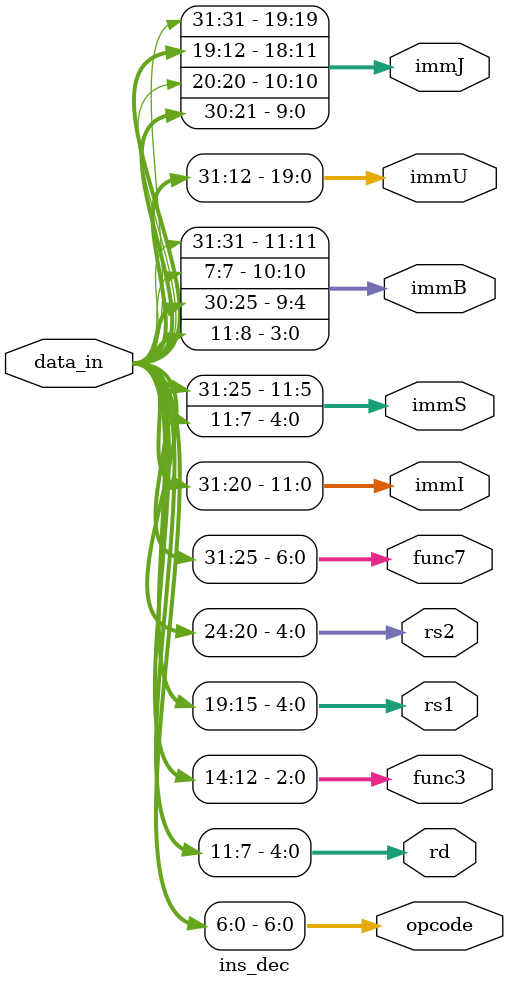
<source format=v>


`timescale 1ns/10ps

module ins_dec (
    data_in,
    opcode,
    rd,
    func3,
    rs1,
    rs2,
    func7,
    immI,
    immS,
    immB,
    immU,
    immJ
);


input [31:0] data_in;
output [6:0] opcode;
wire [6:0] opcode;
output [4:0] rd;
wire [4:0] rd;
output [2:0] func3;
wire [2:0] func3;
output [4:0] rs1;
wire [4:0] rs1;
output [4:0] rs2;
wire [4:0] rs2;
output [6:0] func7;
wire [6:0] func7;
output [11:0] immI;
wire [11:0] immI;
output [11:0] immS;
wire [11:0] immS;
output [11:0] immB;
wire [11:0] immB;
output [19:0] immU;
wire [19:0] immU;
output [19:0] immJ;
wire [19:0] immJ;





assign opcode = data_in[7-1:0];
assign func3 = data_in[15-1:12];
assign func7 = data_in[32-1:25];
assign rd = data_in[12-1:7];
assign rs1 = data_in[20-1:15];
assign rs2 = data_in[25-1:20];
assign immI = data_in[32-1:20];
assign immS = {data_in[32-1:25], data_in[12-1:7]};
assign immB = {data_in[32-1:31], data_in[8-1:7], data_in[31-1:25], data_in[12-1:8]};
assign immU = data_in[32-1:12];
assign immJ = {data_in[31], data_in[20-1:12], data_in[20], data_in[31-1:21]};

endmodule

</source>
